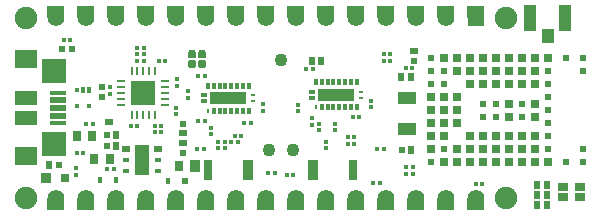
<source format=gts>
G04*
G04 #@! TF.GenerationSoftware,Altium Limited,Altium Designer,21.6.4 (81)*
G04*
G04 Layer_Color=8388736*
%FSLAX44Y44*%
%MOMM*%
G71*
G04*
G04 #@! TF.SameCoordinates,27B0D74A-EB15-4392-BC8F-D98A40C3D817*
G04*
G04*
G04 #@! TF.FilePolarity,Negative*
G04*
G01*
G75*
%ADD18R,2.0000X2.1000*%
%ADD19R,1.9000X1.6000*%
%ADD20R,1.9000X1.2000*%
%ADD21R,1.3500X0.4000*%
%ADD22R,1.0500X2.2000*%
%ADD24R,0.3000X0.4500*%
%ADD25R,0.4000X0.5000*%
%ADD26R,0.3000X0.3000*%
%ADD27R,0.2500X0.4000*%
%ADD28R,0.4000X0.2500*%
G04:AMPARAMS|DCode=30|XSize=0.2425mm|YSize=0.7397mm|CornerRadius=0.1212mm|HoleSize=0mm|Usage=FLASHONLY|Rotation=180.000|XOffset=0mm|YOffset=0mm|HoleType=Round|Shape=RoundedRectangle|*
%AMROUNDEDRECTD30*
21,1,0.2425,0.4972,0,0,180.0*
21,1,0.0000,0.7397,0,0,180.0*
1,1,0.2425,0.0000,0.2486*
1,1,0.2425,0.0000,0.2486*
1,1,0.2425,0.0000,-0.2486*
1,1,0.2425,0.0000,-0.2486*
%
%ADD30ROUNDEDRECTD30*%
G04:AMPARAMS|DCode=31|XSize=0.7397mm|YSize=0.2425mm|CornerRadius=0.1212mm|HoleSize=0mm|Usage=FLASHONLY|Rotation=180.000|XOffset=0mm|YOffset=0mm|HoleType=Round|Shape=RoundedRectangle|*
%AMROUNDEDRECTD31*
21,1,0.7397,0.0000,0,0,180.0*
21,1,0.4972,0.2425,0,0,180.0*
1,1,0.2425,-0.2486,0.0000*
1,1,0.2425,0.2486,0.0000*
1,1,0.2425,0.2486,0.0000*
1,1,0.2425,-0.2486,0.0000*
%
%ADD31ROUNDEDRECTD31*%
%ADD32R,0.7397X0.2425*%
%ADD33R,0.6000X0.6000*%
%ADD34R,0.6000X0.6000*%
%ADD35R,0.8000X0.8000*%
%ADD37R,0.7500X0.9000*%
%ADD38R,0.8000X1.7000*%
%ADD39R,0.6300X0.4500*%
%ADD40R,1.2200X2.6000*%
%ADD41R,0.5500X0.5200*%
%ADD42R,0.5200X0.5500*%
%ADD43R,0.3000X0.3000*%
%ADD44R,1.6500X1.1000*%
%ADD45R,1.4500X0.5000*%
%ADD46R,1.1000X1.1500*%
%ADD47R,0.4000X0.5500*%
%ADD48R,0.4000X0.4000*%
%ADD49R,0.3500X0.5000*%
%ADD50R,0.5000X0.3500*%
%ADD51R,3.1000X1.1000*%
%ADD52R,2.0500X2.0500*%
%ADD53R,0.7000X0.7000*%
%ADD54R,0.9000X0.9000*%
%ADD55R,0.9500X0.7500*%
%ADD56R,0.9000X1.8000*%
%ADD57R,0.7300X0.5500*%
%ADD58R,0.8500X1.0000*%
%ADD59R,0.6200X0.6500*%
%ADD60R,0.5000X0.6000*%
%ADD61R,0.6500X0.6200*%
%ADD62R,0.4000X0.4000*%
%ADD63C,1.4140*%
%ADD64R,1.4140X1.4140*%
%ADD65C,1.1000*%
%ADD66C,1.9000*%
G36*
X596945Y316200D02*
X582805D01*
Y326370D01*
X596945D01*
Y316200D01*
D02*
G37*
G36*
X419145D02*
X405005D01*
Y326370D01*
X419145D01*
Y316200D01*
D02*
G37*
G36*
X368345D02*
X354205D01*
Y326370D01*
X368345D01*
Y316200D01*
D02*
G37*
G36*
X266745D02*
X252605D01*
Y326370D01*
X266745D01*
Y316200D01*
D02*
G37*
G36*
X622345Y316200D02*
X608205D01*
Y326370D01*
X622345D01*
Y316200D01*
D02*
G37*
G36*
X571545D02*
X557405D01*
Y326370D01*
X571545D01*
Y316200D01*
D02*
G37*
G36*
X546145D02*
X532005D01*
Y326370D01*
X546145D01*
Y316200D01*
D02*
G37*
G36*
X520745D02*
X506605D01*
Y326370D01*
X520745D01*
Y316200D01*
D02*
G37*
G36*
X495345D02*
X481205D01*
Y326370D01*
X495345D01*
Y316200D01*
D02*
G37*
G36*
X469945D02*
X455805D01*
Y326370D01*
X469945D01*
Y316200D01*
D02*
G37*
G36*
X444545D02*
X430405D01*
Y326370D01*
X444545D01*
Y316200D01*
D02*
G37*
G36*
X393745D02*
X379605D01*
Y326370D01*
X393745D01*
Y316200D01*
D02*
G37*
G36*
X342945D02*
X328805D01*
Y326370D01*
X342945D01*
Y316200D01*
D02*
G37*
G36*
X317545D02*
X303405D01*
Y326370D01*
X317545D01*
Y316200D01*
D02*
G37*
G36*
X292145D02*
X278005D01*
Y326370D01*
X292145D01*
Y316200D01*
D02*
G37*
G36*
X622345Y153630D02*
X608205D01*
Y163800D01*
X622345D01*
Y153630D01*
D02*
G37*
G36*
X596945D02*
X582805D01*
Y163800D01*
X596945D01*
Y153630D01*
D02*
G37*
G36*
X571545D02*
X557405D01*
Y163800D01*
X571545D01*
Y153630D01*
D02*
G37*
G36*
X546145D02*
X532005D01*
Y163800D01*
X546145D01*
Y153630D01*
D02*
G37*
G36*
X520745D02*
X506605D01*
Y163800D01*
X520745D01*
Y153630D01*
D02*
G37*
G36*
X495345D02*
X481205D01*
Y163800D01*
X495345D01*
Y153630D01*
D02*
G37*
G36*
X469945D02*
X455805D01*
Y163800D01*
X469945D01*
Y153630D01*
D02*
G37*
G36*
X444545D02*
X430405D01*
Y163800D01*
X444545D01*
Y153630D01*
D02*
G37*
G36*
X419145D02*
X405005D01*
Y163800D01*
X419145D01*
Y153630D01*
D02*
G37*
G36*
X393745D02*
X379605D01*
Y163800D01*
X393745D01*
Y153630D01*
D02*
G37*
G36*
X368345D02*
X354205D01*
Y163800D01*
X368345D01*
Y153630D01*
D02*
G37*
G36*
X342945D02*
X328805D01*
Y163800D01*
X342945D01*
Y153630D01*
D02*
G37*
G36*
X317551D02*
X303411D01*
Y163800D01*
X317551D01*
Y153630D01*
D02*
G37*
G36*
X292145D02*
X278005D01*
Y163800D01*
X292145D01*
Y153630D01*
D02*
G37*
G36*
X266745D02*
X252605D01*
Y163800D01*
X266745D01*
Y153630D01*
D02*
G37*
D18*
X258125Y271000D02*
D03*
Y209000D02*
D03*
D19*
X234625Y281000D02*
D03*
Y199000D02*
D03*
D20*
Y248500D02*
D03*
Y231500D02*
D03*
D21*
X261375Y227000D02*
D03*
Y253000D02*
D03*
D22*
X661750Y316000D02*
D03*
X691250D02*
D03*
D24*
X288000Y241500D02*
D03*
X278000Y255000D02*
D03*
Y241500D02*
D03*
D25*
X311000Y179000D02*
D03*
X297000D02*
D03*
X355000Y178000D02*
D03*
D26*
X266650Y297400D02*
D03*
X272150D02*
D03*
X561750Y273500D02*
D03*
X379750Y205000D02*
D03*
X620750Y175500D02*
D03*
X528500Y176000D02*
D03*
X537750Y205000D02*
D03*
X380500Y228500D02*
D03*
X386000D02*
D03*
X380500Y267000D02*
D03*
X472100Y272700D02*
D03*
X303250Y188000D02*
D03*
X308750D02*
D03*
X283050Y201500D02*
D03*
X277550D02*
D03*
X285750Y226500D02*
D03*
X291250D02*
D03*
D27*
X388500Y237500D02*
D03*
X480000Y240500D02*
D03*
D28*
X426500Y250500D02*
D03*
Y245500D02*
D03*
X518000Y253500D02*
D03*
Y248500D02*
D03*
D30*
X324000Y233845D02*
D03*
X339000Y271155D02*
D03*
X344000Y233845D02*
D03*
X324000Y271155D02*
D03*
X339000Y233845D02*
D03*
X329000Y271155D02*
D03*
X334000D02*
D03*
X329000Y233845D02*
D03*
X344000Y271155D02*
D03*
X334000Y233845D02*
D03*
D31*
X315345Y242500D02*
D03*
Y247500D02*
D03*
X352655Y262500D02*
D03*
Y247500D02*
D03*
X315345Y257500D02*
D03*
Y262500D02*
D03*
Y252500D02*
D03*
X352655D02*
D03*
Y257500D02*
D03*
D32*
Y242500D02*
D03*
D33*
X706500Y282000D02*
D03*
X691500D02*
D03*
X577500D02*
D03*
X706500Y271000D02*
D03*
X676500D02*
D03*
Y260000D02*
D03*
Y249000D02*
D03*
X588500Y271000D02*
D03*
X676500Y238000D02*
D03*
Y227000D02*
D03*
X632500Y243500D02*
D03*
X621500D02*
D03*
X632500Y232500D02*
D03*
X621500D02*
D03*
X706500Y205000D02*
D03*
Y194000D02*
D03*
X691500D02*
D03*
X676500Y216000D02*
D03*
Y205000D02*
D03*
X588500D02*
D03*
X577500Y194000D02*
D03*
Y271000D02*
D03*
Y260000D02*
D03*
X588500D02*
D03*
D34*
X654500Y243500D02*
D03*
Y232500D02*
D03*
D35*
X267500Y181000D02*
D03*
D37*
X290500Y216500D02*
D03*
X277500D02*
D03*
X364500Y191000D02*
D03*
X305500Y197000D02*
D03*
X292500D02*
D03*
D38*
X389000Y187000D02*
D03*
X511500D02*
D03*
D39*
X319500Y186500D02*
D03*
X346300D02*
D03*
Y196000D02*
D03*
X319500D02*
D03*
D40*
X332900D02*
D03*
D41*
X299000Y249500D02*
D03*
Y257500D02*
D03*
X563000Y280000D02*
D03*
X368000Y202000D02*
D03*
Y226700D02*
D03*
D42*
X553000Y204500D02*
D03*
X262400Y191700D02*
D03*
X303000Y208000D02*
D03*
Y217000D02*
D03*
X265500Y289500D02*
D03*
X273500D02*
D03*
D43*
X277000Y189000D02*
D03*
Y183500D02*
D03*
X476500Y225750D02*
D03*
Y231250D02*
D03*
X445250Y185000D02*
D03*
X455250Y183500D02*
D03*
X306000Y252000D02*
D03*
Y257500D02*
D03*
D44*
X557000Y248500D02*
D03*
Y222500D02*
D03*
D45*
X261375Y240000D02*
D03*
Y233500D02*
D03*
Y246500D02*
D03*
D46*
X676500Y301000D02*
D03*
D47*
X283000Y255000D02*
D03*
X288000D02*
D03*
D48*
X543250Y285500D02*
D03*
Y280000D02*
D03*
X556250Y273500D02*
D03*
X385250Y205000D02*
D03*
X615250Y175500D02*
D03*
X534000Y176000D02*
D03*
X532250Y205000D02*
D03*
X386000Y267000D02*
D03*
X477600Y272700D02*
D03*
X372000Y248750D02*
D03*
Y254250D02*
D03*
X391500Y223250D02*
D03*
Y217750D02*
D03*
X397500Y211286D02*
D03*
Y205786D02*
D03*
X403000Y211250D02*
D03*
Y205750D02*
D03*
X435000Y243050D02*
D03*
Y237550D02*
D03*
X556750Y184332D02*
D03*
Y189832D02*
D03*
X483000Y226500D02*
D03*
Y221000D02*
D03*
X496500Y226450D02*
D03*
Y220950D02*
D03*
X527000Y240500D02*
D03*
Y246000D02*
D03*
X562250Y184332D02*
D03*
Y189832D02*
D03*
X465000Y237100D02*
D03*
Y242600D02*
D03*
X489000Y211250D02*
D03*
Y205750D02*
D03*
X361500Y240250D02*
D03*
Y234750D02*
D03*
X334500Y280030D02*
D03*
Y285530D02*
D03*
X328500Y280030D02*
D03*
Y285530D02*
D03*
X362500Y258750D02*
D03*
Y264250D02*
D03*
X328500Y291030D02*
D03*
Y285530D02*
D03*
X334500Y291030D02*
D03*
Y285530D02*
D03*
X537750Y280000D02*
D03*
Y285500D02*
D03*
D49*
X413500Y237500D02*
D03*
X408500D02*
D03*
X388500Y258500D02*
D03*
X393500Y237500D02*
D03*
X398500Y258500D02*
D03*
X393500D02*
D03*
X418500D02*
D03*
X403500Y237500D02*
D03*
X408500Y258500D02*
D03*
X413500D02*
D03*
X398500Y237500D02*
D03*
X403500Y258500D02*
D03*
X423500Y237500D02*
D03*
X418500D02*
D03*
X423500Y258500D02*
D03*
X505000Y240500D02*
D03*
X510000Y261500D02*
D03*
X500000Y240500D02*
D03*
X510000D02*
D03*
X505000Y261500D02*
D03*
X485000Y240500D02*
D03*
X490000Y261500D02*
D03*
Y240500D02*
D03*
X495000Y261500D02*
D03*
Y240500D02*
D03*
X500000Y261500D02*
D03*
X480000D02*
D03*
X485000D02*
D03*
X515000D02*
D03*
Y240500D02*
D03*
D50*
X385500Y245500D02*
D03*
Y250500D02*
D03*
X477000Y248500D02*
D03*
Y253500D02*
D03*
D51*
X406000Y248000D02*
D03*
X497500Y251000D02*
D03*
D52*
X334000Y252500D02*
D03*
D53*
X632500Y282000D02*
D03*
Y271000D02*
D03*
X599500D02*
D03*
Y249000D02*
D03*
X588500D02*
D03*
X632500Y205000D02*
D03*
X610500D02*
D03*
X654500Y216000D02*
D03*
X610500Y194000D02*
D03*
X621500Y205000D02*
D03*
X643500Y260000D02*
D03*
X599500Y194000D02*
D03*
X588500Y216000D02*
D03*
X577500Y227000D02*
D03*
X588500Y194000D02*
D03*
X599500Y205000D02*
D03*
X577500Y238000D02*
D03*
X621500Y260000D02*
D03*
X665500Y282000D02*
D03*
X610500Y271000D02*
D03*
X665500Y194000D02*
D03*
X643500Y271000D02*
D03*
Y282000D02*
D03*
X632500Y260000D02*
D03*
X621500Y271000D02*
D03*
Y282000D02*
D03*
X676500D02*
D03*
X599500D02*
D03*
X610500D02*
D03*
X621500Y216000D02*
D03*
X632500D02*
D03*
X654500Y205000D02*
D03*
Y194000D02*
D03*
X643500D02*
D03*
X665500Y205000D02*
D03*
X632500Y194000D02*
D03*
X621500D02*
D03*
X577500Y205000D02*
D03*
X588500Y227000D02*
D03*
X577500Y216000D02*
D03*
X599500Y227000D02*
D03*
X610500Y216000D02*
D03*
X643500Y205000D02*
D03*
Y216000D02*
D03*
X654500Y271000D02*
D03*
X665500D02*
D03*
X654500Y282000D02*
D03*
X643500Y232500D02*
D03*
X665500D02*
D03*
X676500Y194000D02*
D03*
X665500Y216000D02*
D03*
X588500Y238000D02*
D03*
X599500D02*
D03*
X643500Y243500D02*
D03*
X577500Y249000D02*
D03*
X610500Y260000D02*
D03*
X654500D02*
D03*
X665500D02*
D03*
X588500Y282000D02*
D03*
X665500Y243500D02*
D03*
D54*
X251500Y181000D02*
D03*
D55*
X689250Y164750D02*
D03*
Y173250D02*
D03*
X703750D02*
D03*
Y164750D02*
D03*
D56*
X423000Y187000D02*
D03*
X477500D02*
D03*
D57*
X319500Y205500D02*
D03*
X346300D02*
D03*
D58*
X377500Y191000D02*
D03*
D59*
X552500Y266000D02*
D03*
X560500D02*
D03*
X561000Y204500D02*
D03*
X675500Y166500D02*
D03*
X667500D02*
D03*
X675500Y158000D02*
D03*
X667500D02*
D03*
X254400Y191700D02*
D03*
X675500Y175000D02*
D03*
X667500D02*
D03*
X311000Y208000D02*
D03*
Y217000D02*
D03*
X383500Y276750D02*
D03*
X375500D02*
D03*
X375500Y285250D02*
D03*
X383500D02*
D03*
X476800Y279800D02*
D03*
X484800D02*
D03*
D60*
X369000Y178000D02*
D03*
D61*
X563000Y288000D02*
D03*
X305000Y228000D02*
D03*
X375000Y285000D02*
D03*
Y277000D02*
D03*
X383500D02*
D03*
Y285000D02*
D03*
X368000Y210000D02*
D03*
Y218700D02*
D03*
D62*
X439750Y185000D02*
D03*
X408250Y211000D02*
D03*
X413750D02*
D03*
X411250Y216400D02*
D03*
X416750D02*
D03*
X419350Y227600D02*
D03*
X424850D02*
D03*
X507250Y209500D02*
D03*
X512750D02*
D03*
X507250Y215000D02*
D03*
X512750D02*
D03*
X511500Y232500D02*
D03*
X517000D02*
D03*
X562250Y189832D02*
D03*
X556750D02*
D03*
Y184332D02*
D03*
X562250D02*
D03*
X460750Y183500D02*
D03*
X329000Y225000D02*
D03*
X323500D02*
D03*
X349000D02*
D03*
X343500D02*
D03*
X347000Y280030D02*
D03*
X352500D02*
D03*
X343500Y219500D02*
D03*
X349000D02*
D03*
X537750Y280000D02*
D03*
X543250D02*
D03*
Y285500D02*
D03*
X537750D02*
D03*
D63*
X615275Y163800D02*
D03*
X589875D02*
D03*
X564475D02*
D03*
X539075D02*
D03*
X513675D02*
D03*
X488275D02*
D03*
X462875D02*
D03*
X437475D02*
D03*
X412075D02*
D03*
X386675D02*
D03*
X361275D02*
D03*
X335875D02*
D03*
X310475D02*
D03*
X285075D02*
D03*
X259675D02*
D03*
Y316200D02*
D03*
X285075D02*
D03*
X310475D02*
D03*
X335875D02*
D03*
X361275D02*
D03*
X386675D02*
D03*
X412075D02*
D03*
X437475D02*
D03*
X462875D02*
D03*
X488275D02*
D03*
X513675D02*
D03*
X539075D02*
D03*
X564475D02*
D03*
X589875D02*
D03*
D64*
X615275D02*
D03*
D65*
X450150Y280500D02*
D03*
X460310Y204300D02*
D03*
X439990D02*
D03*
D66*
X234270Y316200D02*
D03*
X640680D02*
D03*
Y163800D02*
D03*
X234270D02*
D03*
M02*

</source>
